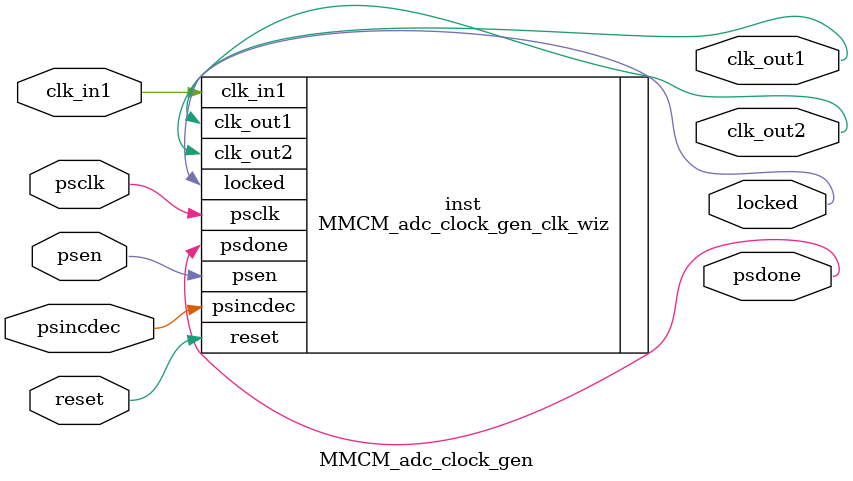
<source format=v>


`timescale 1ps/1ps

(* CORE_GENERATION_INFO = "MMCM_adc_clock_gen,clk_wiz_v6_0_4_0_0,{component_name=MMCM_adc_clock_gen,use_phase_alignment=true,use_min_o_jitter=true,use_max_i_jitter=false,use_dyn_phase_shift=true,use_inclk_switchover=false,use_dyn_reconfig=false,enable_axi=0,feedback_source=FDBK_AUTO,PRIMITIVE=MMCM,num_out_clk=2,clkin1_period=20.000,clkin2_period=10.0,use_power_down=false,use_reset=true,use_locked=true,use_inclk_stopped=false,feedback_type=SINGLE,CLOCK_MGR_TYPE=NA,manual_override=false}" *)

module MMCM_adc_clock_gen 
 (
  // Clock out ports
  output        clk_out1,
  output        clk_out2,
  // Dynamic phase shift ports
  input         psclk,
  input         psen,
  input         psincdec,
  output        psdone,
  // Status and control signals
  input         reset,
  output        locked,
 // Clock in ports
  input         clk_in1
 );

  MMCM_adc_clock_gen_clk_wiz inst
  (
  // Clock out ports  
  .clk_out1(clk_out1),
  .clk_out2(clk_out2),
  // Dynamic phase shift ports                
  .psclk(psclk),
  .psen(psen),
  .psincdec(psincdec),
  .psdone(psdone),
  // Status and control signals               
  .reset(reset), 
  .locked(locked),
 // Clock in ports
  .clk_in1(clk_in1)
  );

endmodule

</source>
